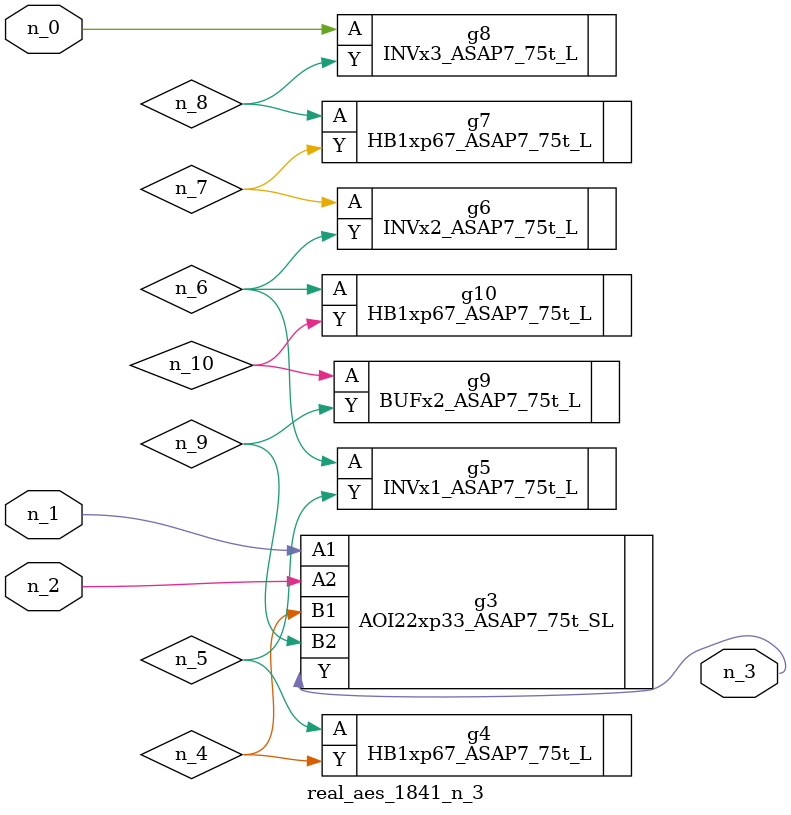
<source format=v>
module real_aes_1841_n_3 (n_0, n_2, n_1, n_3);
input n_0;
input n_2;
input n_1;
output n_3;
wire n_4;
wire n_5;
wire n_7;
wire n_9;
wire n_6;
wire n_8;
wire n_10;
INVx3_ASAP7_75t_L g8 ( .A(n_0), .Y(n_8) );
AOI22xp33_ASAP7_75t_SL g3 ( .A1(n_1), .A2(n_2), .B1(n_4), .B2(n_9), .Y(n_3) );
HB1xp67_ASAP7_75t_L g4 ( .A(n_5), .Y(n_4) );
INVx1_ASAP7_75t_L g5 ( .A(n_6), .Y(n_5) );
HB1xp67_ASAP7_75t_L g10 ( .A(n_6), .Y(n_10) );
INVx2_ASAP7_75t_L g6 ( .A(n_7), .Y(n_6) );
HB1xp67_ASAP7_75t_L g7 ( .A(n_8), .Y(n_7) );
BUFx2_ASAP7_75t_L g9 ( .A(n_10), .Y(n_9) );
endmodule
</source>
